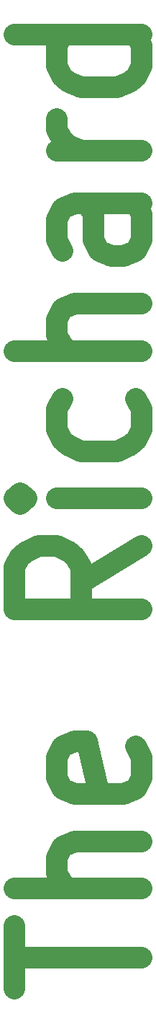
<source format=gbr>
%TF.GenerationSoftware,KiCad,Pcbnew,(5.1.6)-1*%
%TF.CreationDate,2021-02-24T16:49:44-06:00*%
%TF.ProjectId,PR-BottomCase,50522d42-6f74-4746-9f6d-436173652e6b,rev?*%
%TF.SameCoordinates,Original*%
%TF.FileFunction,Legend,Top*%
%TF.FilePolarity,Positive*%
%FSLAX46Y46*%
G04 Gerber Fmt 4.6, Leading zero omitted, Abs format (unit mm)*
G04 Created by KiCad (PCBNEW (5.1.6)-1) date 2021-02-24 16:49:44*
%MOMM*%
%LPD*%
G01*
G04 APERTURE LIST*
%ADD10C,2.500000*%
G04 APERTURE END LIST*
D10*
X131385714Y-104752380D02*
X131385714Y-97323809D01*
X146385714Y-101038095D02*
X131385714Y-101038095D01*
X146385714Y-92990476D02*
X131385714Y-92990476D01*
X146385714Y-87419047D02*
X138528571Y-87419047D01*
X137100000Y-88038095D01*
X136385714Y-89276190D01*
X136385714Y-91133333D01*
X137100000Y-92371428D01*
X137814285Y-92990476D01*
X145671428Y-76276190D02*
X146385714Y-77514285D01*
X146385714Y-79990476D01*
X145671428Y-81228571D01*
X144242857Y-81847619D01*
X138528571Y-81847619D01*
X137100000Y-81228571D01*
X136385714Y-79990476D01*
X136385714Y-77514285D01*
X137100000Y-76276190D01*
X138528571Y-75657142D01*
X139957142Y-75657142D01*
X141385714Y-81847619D01*
X146385714Y-52752380D02*
X139242857Y-57085714D01*
X146385714Y-60180952D02*
X131385714Y-60180952D01*
X131385714Y-55228571D01*
X132100000Y-53990476D01*
X132814285Y-53371428D01*
X134242857Y-52752380D01*
X136385714Y-52752380D01*
X137814285Y-53371428D01*
X138528571Y-53990476D01*
X139242857Y-55228571D01*
X139242857Y-60180952D01*
X146385714Y-47180952D02*
X136385714Y-47180952D01*
X131385714Y-47180952D02*
X132100000Y-47800000D01*
X132814285Y-47180952D01*
X132100000Y-46561904D01*
X131385714Y-47180952D01*
X132814285Y-47180952D01*
X145671428Y-35419047D02*
X146385714Y-36657142D01*
X146385714Y-39133333D01*
X145671428Y-40371428D01*
X144957142Y-40990476D01*
X143528571Y-41609523D01*
X139242857Y-41609523D01*
X137814285Y-40990476D01*
X137100000Y-40371428D01*
X136385714Y-39133333D01*
X136385714Y-36657142D01*
X137100000Y-35419047D01*
X146385714Y-29847619D02*
X131385714Y-29847619D01*
X146385714Y-24276190D02*
X138528571Y-24276190D01*
X137100000Y-24895238D01*
X136385714Y-26133333D01*
X136385714Y-27990476D01*
X137100000Y-29228571D01*
X137814285Y-29847619D01*
X146385714Y-12514285D02*
X138528571Y-12514285D01*
X137100000Y-13133333D01*
X136385714Y-14371428D01*
X136385714Y-16847619D01*
X137100000Y-18085714D01*
X145671428Y-12514285D02*
X146385714Y-13752380D01*
X146385714Y-16847619D01*
X145671428Y-18085714D01*
X144242857Y-18704761D01*
X142814285Y-18704761D01*
X141385714Y-18085714D01*
X140671428Y-16847619D01*
X140671428Y-13752380D01*
X139957142Y-12514285D01*
X146385714Y-6323809D02*
X136385714Y-6323809D01*
X139242857Y-6323809D02*
X137814285Y-5704761D01*
X137100000Y-5085714D01*
X136385714Y-3847619D01*
X136385714Y-2609523D01*
X146385714Y7295238D02*
X131385714Y7295238D01*
X145671428Y7295238D02*
X146385714Y6057142D01*
X146385714Y3580952D01*
X145671428Y2342857D01*
X144957142Y1723809D01*
X143528571Y1104761D01*
X139242857Y1104761D01*
X137814285Y1723809D01*
X137100000Y2342857D01*
X136385714Y3580952D01*
X136385714Y6057142D01*
X137100000Y7295238D01*
M02*

</source>
